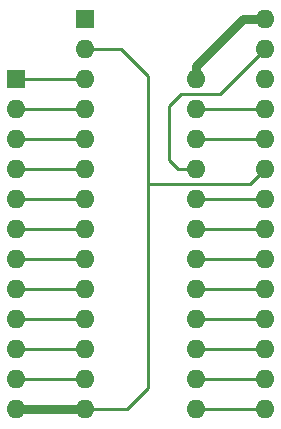
<source format=gbr>
%TF.GenerationSoftware,KiCad,Pcbnew,8.0.2*%
%TF.CreationDate,2024-05-26T11:00:14+01:00*%
%TF.ProjectId,FM16W08-3458A-Adaptor-to-AdaptorV1.0,464d3136-5730-4382-9d33-343538412d41,rev?*%
%TF.SameCoordinates,Original*%
%TF.FileFunction,Copper,L2,Bot*%
%TF.FilePolarity,Positive*%
%FSLAX46Y46*%
G04 Gerber Fmt 4.6, Leading zero omitted, Abs format (unit mm)*
G04 Created by KiCad (PCBNEW 8.0.2) date 2024-05-26 11:00:14*
%MOMM*%
%LPD*%
G01*
G04 APERTURE LIST*
%TA.AperFunction,ComponentPad*%
%ADD10R,1.600000X1.600000*%
%TD*%
%TA.AperFunction,ComponentPad*%
%ADD11O,1.600000X1.600000*%
%TD*%
%TA.AperFunction,Conductor*%
%ADD12C,0.250000*%
%TD*%
%TA.AperFunction,Conductor*%
%ADD13C,0.762000*%
%TD*%
G04 APERTURE END LIST*
D10*
%TO.P,SOCKET2,1,NC*%
%TO.N,unconnected-(SOCKET2-NC-Pad1)*%
X115062000Y-77597000D03*
D11*
%TO.P,SOCKET2,2,A12*%
%TO.N,Net-(SOCKET1-GND)*%
X115062000Y-80137000D03*
%TO.P,SOCKET2,3,A7*%
%TO.N,Net-(SOCKET1-A7)*%
X115062000Y-82677000D03*
%TO.P,SOCKET2,4,A6*%
%TO.N,Net-(SOCKET1-A6)*%
X115062000Y-85217000D03*
%TO.P,SOCKET2,5,A5*%
%TO.N,Net-(SOCKET1-A5)*%
X115062000Y-87757000D03*
%TO.P,SOCKET2,6,A4*%
%TO.N,Net-(SOCKET1-A4)*%
X115062000Y-90297000D03*
%TO.P,SOCKET2,7,A3*%
%TO.N,Net-(SOCKET1-A3)*%
X115062000Y-92837000D03*
%TO.P,SOCKET2,8,A2*%
%TO.N,Net-(SOCKET1-A2)*%
X115062000Y-95377000D03*
%TO.P,SOCKET2,9,A1*%
%TO.N,Net-(SOCKET1-A1)*%
X115062000Y-97917000D03*
%TO.P,SOCKET2,10,A0*%
%TO.N,Net-(SOCKET1-A0)*%
X115062000Y-100457000D03*
%TO.P,SOCKET2,11,D0*%
%TO.N,Net-(SOCKET1-D0)*%
X115062000Y-102997000D03*
%TO.P,SOCKET2,12,D1*%
%TO.N,Net-(SOCKET1-D1)*%
X115062000Y-105537000D03*
%TO.P,SOCKET2,13,D2*%
%TO.N,Net-(SOCKET1-D2)*%
X115062000Y-108077000D03*
%TO.P,SOCKET2,14,GND*%
%TO.N,Net-(SOCKET1-GND)*%
X115062000Y-110617000D03*
%TO.P,SOCKET2,15,D3*%
%TO.N,Net-(SOCKET1-D3)*%
X130302000Y-110617000D03*
%TO.P,SOCKET2,16,D4*%
%TO.N,Net-(SOCKET1-D4)*%
X130302000Y-108077000D03*
%TO.P,SOCKET2,17,D5*%
%TO.N,Net-(SOCKET1-D5)*%
X130302000Y-105537000D03*
%TO.P,SOCKET2,18,D6*%
%TO.N,Net-(SOCKET1-D6)*%
X130302000Y-102997000D03*
%TO.P,SOCKET2,19,D7*%
%TO.N,Net-(SOCKET1-D7)*%
X130302000Y-100457000D03*
%TO.P,SOCKET2,20,~{CE}*%
%TO.N,Net-(SOCKET1-~{CE})*%
X130302000Y-97917000D03*
%TO.P,SOCKET2,21,A10*%
%TO.N,Net-(SOCKET1-A10)*%
X130302000Y-95377000D03*
%TO.P,SOCKET2,22,~{OE}*%
%TO.N,Net-(SOCKET1-~{OE})*%
X130302000Y-92837000D03*
%TO.P,SOCKET2,23,A11*%
%TO.N,Net-(SOCKET1-GND)*%
X130302000Y-90297000D03*
%TO.P,SOCKET2,24,A9*%
%TO.N,Net-(SOCKET1-A9)*%
X130302000Y-87757000D03*
%TO.P,SOCKET2,25,A8*%
%TO.N,Net-(SOCKET1-A8)*%
X130302000Y-85217000D03*
%TO.P,SOCKET2,26,NC*%
%TO.N,unconnected-(SOCKET2-NC-Pad26)*%
X130302000Y-82677000D03*
%TO.P,SOCKET2,27,WE*%
%TO.N,Net-(SOCKET1-~{WE})*%
X130302000Y-80137000D03*
%TO.P,SOCKET2,28,VCC*%
%TO.N,Net-(SOCKET1-VCC)*%
X130302000Y-77597000D03*
%TD*%
D10*
%TO.P,SOCKET1,1,A7*%
%TO.N,Net-(SOCKET1-A7)*%
X109215000Y-82672000D03*
D11*
%TO.P,SOCKET1,2,A6*%
%TO.N,Net-(SOCKET1-A6)*%
X109215000Y-85212000D03*
%TO.P,SOCKET1,3,A5*%
%TO.N,Net-(SOCKET1-A5)*%
X109215000Y-87752000D03*
%TO.P,SOCKET1,4,A4*%
%TO.N,Net-(SOCKET1-A4)*%
X109215000Y-90292000D03*
%TO.P,SOCKET1,5,A3*%
%TO.N,Net-(SOCKET1-A3)*%
X109215000Y-92832000D03*
%TO.P,SOCKET1,6,A2*%
%TO.N,Net-(SOCKET1-A2)*%
X109215000Y-95372000D03*
%TO.P,SOCKET1,7,A1*%
%TO.N,Net-(SOCKET1-A1)*%
X109215000Y-97912000D03*
%TO.P,SOCKET1,8,A0*%
%TO.N,Net-(SOCKET1-A0)*%
X109215000Y-100452000D03*
%TO.P,SOCKET1,9,D0*%
%TO.N,Net-(SOCKET1-D0)*%
X109215000Y-102992000D03*
%TO.P,SOCKET1,10,D1*%
%TO.N,Net-(SOCKET1-D1)*%
X109215000Y-105532000D03*
%TO.P,SOCKET1,11,D2*%
%TO.N,Net-(SOCKET1-D2)*%
X109215000Y-108072000D03*
%TO.P,SOCKET1,12,GND*%
%TO.N,Net-(SOCKET1-GND)*%
X109215000Y-110612000D03*
%TO.P,SOCKET1,13,D3*%
%TO.N,Net-(SOCKET1-D3)*%
X124455000Y-110612000D03*
%TO.P,SOCKET1,14,D4*%
%TO.N,Net-(SOCKET1-D4)*%
X124455000Y-108072000D03*
%TO.P,SOCKET1,15,D5*%
%TO.N,Net-(SOCKET1-D5)*%
X124455000Y-105532000D03*
%TO.P,SOCKET1,16,D6*%
%TO.N,Net-(SOCKET1-D6)*%
X124455000Y-102992000D03*
%TO.P,SOCKET1,17,D7*%
%TO.N,Net-(SOCKET1-D7)*%
X124455000Y-100452000D03*
%TO.P,SOCKET1,18,~{CE}*%
%TO.N,Net-(SOCKET1-~{CE})*%
X124455000Y-97912000D03*
%TO.P,SOCKET1,19,A10*%
%TO.N,Net-(SOCKET1-A10)*%
X124455000Y-95372000D03*
%TO.P,SOCKET1,20,~{OE}*%
%TO.N,Net-(SOCKET1-~{OE})*%
X124455000Y-92832000D03*
%TO.P,SOCKET1,21,~{WE}*%
%TO.N,Net-(SOCKET1-~{WE})*%
X124455000Y-90292000D03*
%TO.P,SOCKET1,22,A9*%
%TO.N,Net-(SOCKET1-A9)*%
X124455000Y-87752000D03*
%TO.P,SOCKET1,23,A8*%
%TO.N,Net-(SOCKET1-A8)*%
X124455000Y-85212000D03*
%TO.P,SOCKET1,24,VCC*%
%TO.N,Net-(SOCKET1-VCC)*%
X124455000Y-82672000D03*
%TD*%
D12*
%TO.N,Net-(SOCKET1-A7)*%
X109215000Y-82672000D02*
X115057000Y-82672000D01*
X115057000Y-82672000D02*
X115062000Y-82677000D01*
%TO.N,Net-(SOCKET1-A6)*%
X115057000Y-85212000D02*
X115062000Y-85217000D01*
X109215000Y-85212000D02*
X115057000Y-85212000D01*
%TO.N,Net-(SOCKET1-A5)*%
X115057000Y-87752000D02*
X115062000Y-87757000D01*
X109215000Y-87752000D02*
X115057000Y-87752000D01*
%TO.N,Net-(SOCKET1-A4)*%
X109215000Y-90292000D02*
X115057000Y-90292000D01*
X115057000Y-90292000D02*
X115062000Y-90297000D01*
%TO.N,Net-(SOCKET1-A3)*%
X115057000Y-92832000D02*
X115062000Y-92837000D01*
X109215000Y-92832000D02*
X115057000Y-92832000D01*
%TO.N,Net-(SOCKET1-A2)*%
X109215000Y-95372000D02*
X115057000Y-95372000D01*
X115057000Y-95372000D02*
X115062000Y-95377000D01*
%TO.N,Net-(SOCKET1-A1)*%
X109215000Y-97912000D02*
X115057000Y-97912000D01*
X115057000Y-97912000D02*
X115062000Y-97917000D01*
%TO.N,Net-(SOCKET1-A0)*%
X109215000Y-100452000D02*
X115057000Y-100452000D01*
X115057000Y-100452000D02*
X115062000Y-100457000D01*
%TO.N,Net-(SOCKET1-D0)*%
X115057000Y-102992000D02*
X115062000Y-102997000D01*
X109215000Y-102992000D02*
X115057000Y-102992000D01*
%TO.N,Net-(SOCKET1-D1)*%
X109215000Y-105532000D02*
X115057000Y-105532000D01*
X115057000Y-105532000D02*
X115062000Y-105537000D01*
%TO.N,Net-(SOCKET1-D2)*%
X115057000Y-108072000D02*
X115062000Y-108077000D01*
X109215000Y-108072000D02*
X115057000Y-108072000D01*
%TO.N,Net-(SOCKET1-GND)*%
X120396000Y-91567000D02*
X120396000Y-82423000D01*
X118618000Y-110617000D02*
X120396000Y-108839000D01*
X115057000Y-110612000D02*
X115062000Y-110617000D01*
D13*
X109215000Y-110612000D02*
X115057000Y-110612000D01*
D12*
X120396000Y-82423000D02*
X118110000Y-80137000D01*
X120396000Y-91567000D02*
X129032000Y-91567000D01*
X115062000Y-110617000D02*
X118618000Y-110617000D01*
X120396000Y-108839000D02*
X120396000Y-91567000D01*
X118110000Y-80137000D02*
X115062000Y-80137000D01*
X129032000Y-91567000D02*
X130302000Y-90297000D01*
%TO.N,Net-(SOCKET1-D3)*%
X130297000Y-110612000D02*
X130302000Y-110617000D01*
X124455000Y-110612000D02*
X130297000Y-110612000D01*
%TO.N,Net-(SOCKET1-D4)*%
X124455000Y-108072000D02*
X130297000Y-108072000D01*
X130297000Y-108072000D02*
X130302000Y-108077000D01*
%TO.N,Net-(SOCKET1-D5)*%
X124455000Y-105532000D02*
X130297000Y-105532000D01*
X130297000Y-105532000D02*
X130302000Y-105537000D01*
%TO.N,Net-(SOCKET1-D6)*%
X130297000Y-102992000D02*
X130302000Y-102997000D01*
X124455000Y-102992000D02*
X130297000Y-102992000D01*
%TO.N,Net-(SOCKET1-D7)*%
X124455000Y-100452000D02*
X130297000Y-100452000D01*
X130297000Y-100452000D02*
X130302000Y-100457000D01*
%TO.N,Net-(SOCKET1-~{CE})*%
X130297000Y-97912000D02*
X130302000Y-97917000D01*
X124455000Y-97912000D02*
X130297000Y-97912000D01*
%TO.N,Net-(SOCKET1-A10)*%
X130297000Y-95372000D02*
X130302000Y-95377000D01*
X124455000Y-95372000D02*
X130297000Y-95372000D01*
%TO.N,Net-(SOCKET1-~{OE})*%
X130297000Y-92832000D02*
X130302000Y-92837000D01*
X124455000Y-92832000D02*
X130297000Y-92832000D01*
%TO.N,Net-(SOCKET1-~{WE})*%
X122174000Y-89535000D02*
X122174000Y-84963000D01*
X123190000Y-83947000D02*
X126492000Y-83947000D01*
X124455000Y-90292000D02*
X122931000Y-90292000D01*
X126492000Y-83947000D02*
X130302000Y-80137000D01*
X122931000Y-90292000D02*
X122174000Y-89535000D01*
X122174000Y-84963000D02*
X123190000Y-83947000D01*
%TO.N,Net-(SOCKET1-A9)*%
X124455000Y-87752000D02*
X130297000Y-87752000D01*
X130297000Y-87752000D02*
X130302000Y-87757000D01*
D13*
%TO.N,Net-(SOCKET1-VCC)*%
X124455000Y-82672000D02*
X124455000Y-81539000D01*
X128397000Y-77597000D02*
X130302000Y-77597000D01*
X124455000Y-81539000D02*
X128397000Y-77597000D01*
D12*
%TO.N,Net-(SOCKET1-A8)*%
X124455000Y-85212000D02*
X130297000Y-85212000D01*
X130297000Y-85212000D02*
X130302000Y-85217000D01*
%TD*%
M02*

</source>
